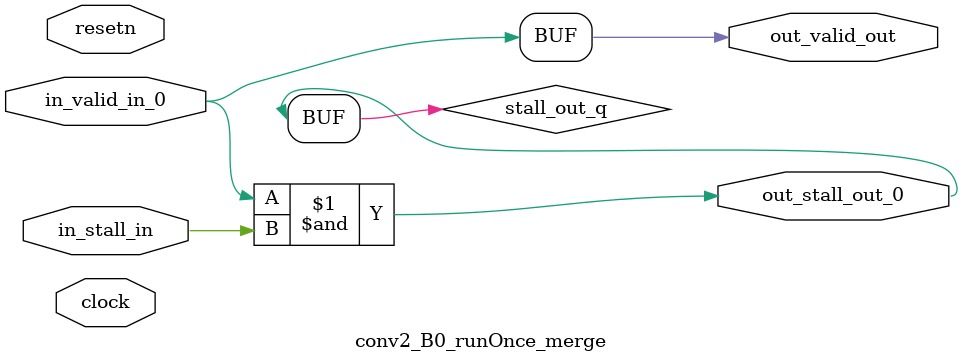
<source format=sv>



(* altera_attribute = "-name AUTO_SHIFT_REGISTER_RECOGNITION OFF; -name MESSAGE_DISABLE 10036; -name MESSAGE_DISABLE 10037; -name MESSAGE_DISABLE 14130; -name MESSAGE_DISABLE 14320; -name MESSAGE_DISABLE 15400; -name MESSAGE_DISABLE 14130; -name MESSAGE_DISABLE 10036; -name MESSAGE_DISABLE 12020; -name MESSAGE_DISABLE 12030; -name MESSAGE_DISABLE 12010; -name MESSAGE_DISABLE 12110; -name MESSAGE_DISABLE 14320; -name MESSAGE_DISABLE 13410; -name MESSAGE_DISABLE 113007; -name MESSAGE_DISABLE 10958" *)
module conv2_B0_runOnce_merge (
    input wire [0:0] in_stall_in,
    input wire [0:0] in_valid_in_0,
    output wire [0:0] out_stall_out_0,
    output wire [0:0] out_valid_out,
    input wire clock,
    input wire resetn
    );

    wire [0:0] stall_out_q;


    // stall_out(LOGICAL,6)
    assign stall_out_q = in_valid_in_0 & in_stall_in;

    // out_stall_out_0(GPOUT,4)
    assign out_stall_out_0 = stall_out_q;

    // out_valid_out(GPOUT,5)
    assign out_valid_out = in_valid_in_0;

endmodule

</source>
